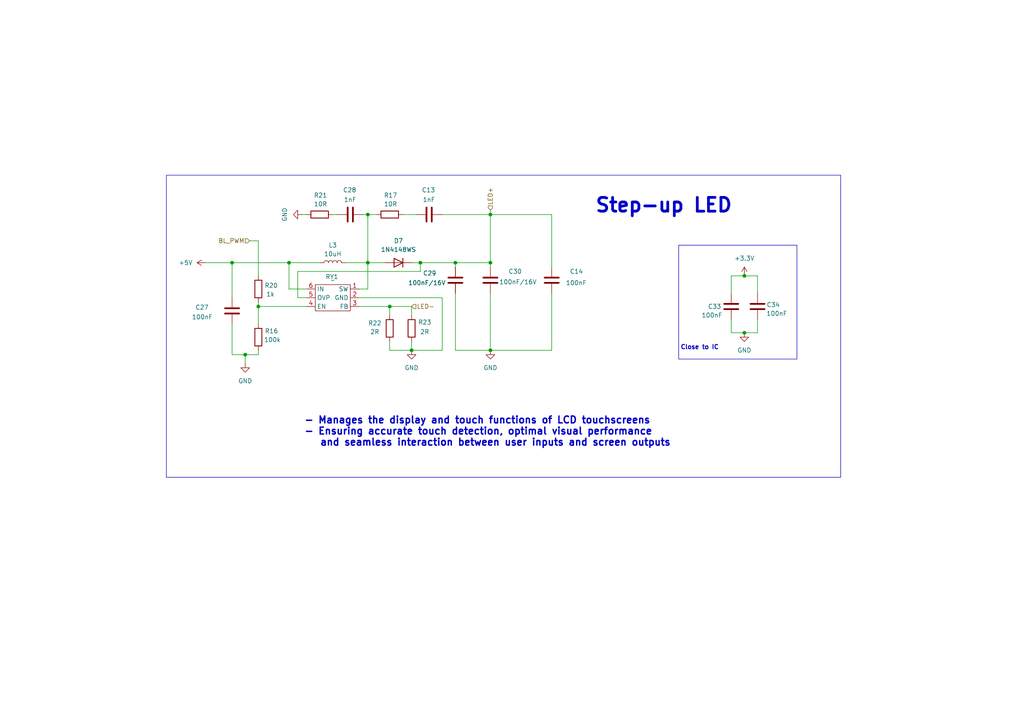
<source format=kicad_sch>
(kicad_sch (version 20231120) (generator "eeschema") (generator_version "8.0")
  (paper "A4")
  (lib_symbols
    (symbol "Device:C" (pin_numbers hide) (pin_names (offset 0.254))
      (property "Reference" "C" (at 0.635 2.54 0))
      (property "Value" "C" (at 0.635 -2.54 0))
      (symbol "C_0_1"
        (polyline (pts (xy -2.032 -0.762) (xy 2.032 -0.762)) (stroke (width 0.508)))
        (polyline (pts (xy -2.032 0.762) (xy 2.032 0.762)) (stroke (width 0.508)))
      )
      (symbol "C_1_1"
        (pin passive line (at 0 3.81 270) (length 2.794) (name "~") (number "1"))
        (pin passive line (at 0 -3.81 90) (length 2.794) (name "~") (number "2"))
      )
    )
    (symbol "Device:L" (pin_numbers hide) (pin_names (offset 1.016) hide)
      (property "Reference" "L" (at -1.27 0 90))
      (property "Value" "L" (at 1.905 0 90))
      (symbol "L_0_1"
        (arc (start 0 -2.54) (mid 0.6323 -1.905) (end 0 -1.27))
        (arc (start 0 -1.27) (mid 0.6323 -0.635) (end 0 0))
        (arc (start 0 0) (mid 0.6323 0.635) (end 0 1.27))
        (arc (start 0 1.27) (mid 0.6323 1.905) (end 0 2.54))
      )
      (symbol "L_1_1"
        (pin passive line (at 0 3.81 270) (length 1.27) (name "1") (number "1"))
        (pin passive line (at 0 -3.81 90) (length 1.27) (name "2") (number "2"))
      )
    )
    (symbol "Device:R" (pin_numbers hide) (pin_names (offset 0))
      (property "Reference" "R" (at 2.032 0 90))
      (property "Value" "R" (at 0 0 90))
      (symbol "R_0_1"
        (rectangle (start -1.016 -2.54) (end 1.016 2.54) (stroke (width 0.254)))
      )
      (symbol "R_1_1"
        (pin passive line (at 0 3.81 270) (length 1.27) (name "~") (number "1"))
        (pin passive line (at 0 -3.81 90) (length 1.27) (name "~") (number "2"))
      )
    )
    (symbol "Diode:1N4148WS" (pin_numbers hide) (pin_names hide)
      (property "Reference" "D" (at 0 2.54 0))
      (property "Value" "1N4148WS" (at 0 -2.54 0))
      (symbol "1N4148WS_0_1"
        (polyline (pts (xy -1.27 1.27) (xy -1.27 -1.27)) (stroke (width 0.254)))
        (polyline (pts (xy 1.27 0) (xy -1.27 0)))
        (polyline (pts (xy 1.27 1.27) (xy 1.27 -1.27) (xy -1.27 0) (xy 1.27 1.27)) (stroke (width 0.254)))
      )
      (symbol "1N4148WS_1_1"
        (pin passive line (at -3.81 0 0) (length 2.54) (name "K") (number "1"))
        (pin passive line (at 3.81 0 180) (length 2.54) (name "A") (number "2"))
      )
    )
    (symbol "New_Library:RY3730"
      (property "Reference" "RY1" (at -0.254 1.016 0))
      (property "Value" "~" (at 0 0 0))
      (symbol "RY3730_0_1"
        (rectangle (start -5.08 -1.27) (end 5.08 -8.89))
      )
      (symbol "RY3730_1_1"
        (pin input line (at 7.62 -2.54 180) (length 2.54) (name "SW") (number "1"))
        (pin input line (at 7.62 -5.08 180) (length 2.54) (name "GND") (number "2"))
        (pin input line (at 7.62 -7.62 180) (length 2.54) (name "FB") (number "3"))
        (pin input line (at -7.62 -7.62 0) (length 2.54) (name "EN") (number "4"))
        (pin input line (at -7.62 -5.08 0) (length 2.54) (name "OVP") (number "5"))
        (pin input line (at -7.62 -2.54 0) (length 2.54) (name "IN") (number "6"))
      )
    )
    (symbol "power:+3.3V" (power) (pin_numbers hide) (pin_names (offset 0) hide)
      (property "Value" "+3.3V" (at 0 3.556 0))
      (symbol "+3.3V_0_1"
        (polyline (pts (xy -0.762 1.27) (xy 0 2.54)))
        (polyline (pts (xy 0 0) (xy 0 2.54)))
        (polyline (pts (xy 0 2.54) (xy 0.762 1.27)))
      )
      (symbol "+3.3V_1_1"
        (pin power_in line (at 0 0 90) (length 0) (name "~") (number "1"))
      )
    )
    (symbol "power:+5V" (power) (pin_numbers hide) (pin_names (offset 0) hide)
      (property "Value" "+5V" (at 0 3.556 0))
      (symbol "+5V_0_1"
        (polyline (pts (xy -0.762 1.27) (xy 0 2.54)))
        (polyline (pts (xy 0 0) (xy 0 2.54)))
        (polyline (pts (xy 0 2.54) (xy 0.762 1.27)))
      )
      (symbol "+5V_1_1"
        (pin power_in line (at 0 0 90) (length 0) (name "~") (number "1"))
      )
    )
    (symbol "power:GND" (power) (pin_numbers hide) (pin_names (offset 0) hide)
      (property "Value" "GND" (at 0 -3.81 0))
      (symbol "GND_0_1"
        (polyline (pts (xy 0 0) (xy 0 -1.27) (xy 1.27 -1.27) (xy 0 -2.54) (xy -1.27 -1.27) (xy 0 -1.27)))
      )
      (symbol "GND_1_1"
        (pin power_in line (at 0 0 270) (length 0) (name "~") (number "1"))
      )
    )
  )
  (junction (at 215.9 96.52))
  (junction (at 132.08 76.2))
  (junction (at 113.03 88.9))
  (junction (at 121.92 76.2))
  (junction (at 142.24 101.6))
  (junction (at 215.9 80.01))
  (junction (at 71.12 102.87))
  (junction (at 106.68 62.23))
  (junction (at 106.68 76.2))
  (junction (at 83.82 76.2))
  (junction (at 119.38 101.6))
  (junction (at 74.93 88.9))
  (junction (at 142.24 76.2))
  (junction (at 67.31 76.2))
  (junction (at 142.24 62.23))
  (wire (pts (xy 87.63 62.23) (xy 88.9 62.23)))
  (wire (pts (xy 128.27 62.23) (xy 142.24 62.23)))
  (wire (pts (xy 160.02 85.09) (xy 160.02 101.6)))
  (wire (pts (xy 219.71 96.52) (xy 215.9 96.52)))
  (wire (pts (xy 113.03 101.6) (xy 119.38 101.6)))
  (wire (pts (xy 132.08 76.2) (xy 121.92 76.2)))
  (wire (pts (xy 212.09 85.09) (xy 212.09 80.01)))
  (wire (pts (xy 142.24 101.6) (xy 160.02 101.6)))
  (wire (pts (xy 67.31 86.36) (xy 67.31 76.2)))
  (wire (pts (xy 119.38 76.2) (xy 121.92 76.2)))
  (wire (pts (xy 132.08 85.09) (xy 132.08 101.6)))
  (wire (pts (xy 128.27 86.36) (xy 128.27 101.6)))
  (wire (pts (xy 132.08 76.2) (xy 142.24 76.2)))
  (wire (pts (xy 74.93 88.9) (xy 88.9 88.9)))
  (wire (pts (xy 142.24 85.09) (xy 142.24 101.6)))
  (wire (pts (xy 86.36 86.36) (xy 86.36 78.74)))
  (wire (pts (xy 67.31 76.2) (xy 83.82 76.2)))
  (wire (pts (xy 132.08 77.47) (xy 132.08 76.2)))
  (wire (pts (xy 212.09 92.71) (xy 212.09 96.52)))
  (wire (pts (xy 142.24 62.23) (xy 160.02 62.23)))
  (wire (pts (xy 74.93 101.6) (xy 74.93 102.87)))
  (wire (pts (xy 74.93 102.87) (xy 71.12 102.87)))
  (wire (pts (xy 106.68 62.23) (xy 106.68 76.2)))
  (wire (pts (xy 74.93 87.63) (xy 74.93 88.9)))
  (wire (pts (xy 113.03 88.9) (xy 113.03 91.44)))
  (wire (pts (xy 132.08 101.6) (xy 142.24 101.6)))
  (wire (pts (xy 128.27 86.36) (xy 104.14 86.36)))
  (wire (pts (xy 88.9 83.82) (xy 83.82 83.82)))
  (wire (pts (xy 113.03 99.06) (xy 113.03 101.6)))
  (wire (pts (xy 104.14 88.9) (xy 113.03 88.9)))
  (wire (pts (xy 100.33 76.2) (xy 106.68 76.2)))
  (wire (pts (xy 88.9 86.36) (xy 86.36 86.36)))
  (wire (pts (xy 116.84 62.23) (xy 120.65 62.23)))
  (wire (pts (xy 67.31 76.2) (xy 59.69 76.2)))
  (wire (pts (xy 128.27 101.6) (xy 119.38 101.6)))
  (wire (pts (xy 67.31 102.87) (xy 71.12 102.87)))
  (wire (pts (xy 67.31 102.87) (xy 67.31 93.98)))
  (wire (pts (xy 106.68 76.2) (xy 111.76 76.2)))
  (wire (pts (xy 142.24 77.47) (xy 142.24 76.2)))
  (wire (pts (xy 212.09 96.52) (xy 215.9 96.52)))
  (wire (pts (xy 106.68 83.82) (xy 106.68 76.2)))
  (wire (pts (xy 83.82 83.82) (xy 83.82 76.2)))
  (wire (pts (xy 105.41 62.23) (xy 106.68 62.23)))
  (wire (pts (xy 119.38 88.9) (xy 119.38 91.44)))
  (wire (pts (xy 142.24 62.23) (xy 142.24 76.2)))
  (wire (pts (xy 86.36 78.74) (xy 121.92 78.74)))
  (wire (pts (xy 106.68 62.23) (xy 109.22 62.23)))
  (wire (pts (xy 74.93 88.9) (xy 74.93 93.98)))
  (wire (pts (xy 212.09 80.01) (xy 215.9 80.01)))
  (wire (pts (xy 113.03 88.9) (xy 119.38 88.9)))
  (wire (pts (xy 96.52 62.23) (xy 97.79 62.23)))
  (wire (pts (xy 219.71 96.52) (xy 219.71 92.71)))
  (wire (pts (xy 74.93 80.01) (xy 74.93 69.85)))
  (wire (pts (xy 160.02 77.47) (xy 160.02 62.23)))
  (wire (pts (xy 119.38 101.6) (xy 119.38 99.06)))
  (wire (pts (xy 83.82 76.2) (xy 92.71 76.2)))
  (wire (pts (xy 219.71 80.01) (xy 219.71 85.09)))
  (wire (pts (xy 219.71 80.01) (xy 215.9 80.01)))
  (wire (pts (xy 71.12 105.41) (xy 71.12 102.87)))
  (wire (pts (xy 74.93 69.85) (xy 72.39 69.85)))
  (wire (pts (xy 142.24 60.96) (xy 142.24 62.23)))
  (wire (pts (xy 104.14 83.82) (xy 106.68 83.82)))
  (wire (pts (xy 121.92 78.74) (xy 121.92 76.2)))
  (rectangle (start 48.26 50.8) (end 243.84 138.43))
  (rectangle (start 196.85 71.12) (end 231.14 104.14))
  (text "Step-up LED " (at 194.056 59.69 0) (effects (font (size 4 4) (thickness 0.8) (bold yes))))
  (text "Close to IC\n\n" (at 202.946 101.854 0) (effects (font (size 1.27 1.27) (thickness 0.254) (bold yes))))
  (text "- Manages the display and touch functions of LCD touchscreens\n- Ensuring accurate touch detection, optimal visual performance \n   and seamless interaction between user inputs and screen outputs" (at 88.138 125.222 0) (effects (font (size 2 2) (thickness 0.4) (bold yes)) (justify left)))
  (hierarchical_label "LED-" (shape input) (at 119.38 88.9 0))
  (hierarchical_label "LED+" (shape input) (at 142.24 60.96 90))
  (hierarchical_label "BL_PWM" (shape input) (at 72.39 69.85 180))
  (symbol (lib_id "Device:R") (at 119.38 95.25 0) (unit 1)
    (property "Reference" "R23" (at 123.19 93.472 0))
    (property "Value" "2R" (at 123.19 96.266 0))
    (property "Footprint" "Resistor_SMD:R_0603_1608Metric" (effects (hide yes)))
    (property "Description" "Resistor" (effects (hide yes)))
  )
  (symbol (lib_id "Device:C") (at 132.08 81.28 180) (unit 1)
    (property "Reference" "C29" (at 122.682 79.248 0) (effects (justify right)))
    (property "Value" "100nF/16V" (at 118.364 82.042 0) (effects (justify right)))
    (property "Footprint" "Capacitor_Tantalum_SMD:CP_EIA-3216-10_Kemet-I" (effects (hide yes)))
    (property "Description" "Unpolarized capacitor" (effects (hide yes)))
  )
  (symbol (lib_id "Device:C") (at 212.09 88.9 180) (unit 1)
    (property "Reference" "C33" (at 207.264 88.9 0))
    (property "Value" "100nF" (at 206.502 91.44 0))
    (property "Footprint" "Capacitor_SMD:C_0603_1608Metric" (effects (hide yes)))
    (property "Description" "Unpolarized capacitor" (effects (hide yes)))
  )
  (symbol (lib_id "power:+5V") (at 59.69 76.2 90) (unit 1)
    (property "Reference" "#PWR026" (effects (hide yes)))
    (property "Value" "+5V" (at 55.88 76.1999 90) (effects (justify left)))
    (property "Description" "Power symbol creates a global label with name \"+5V\"" (effects (hide yes)))
  )
  (symbol (lib_id "Device:C") (at 67.31 90.17 180) (unit 1)
    (property "Reference" "C27" (at 56.642 89.154 0) (effects (justify right)))
    (property "Value" "100nF" (at 55.626 91.948 0) (effects (justify right)))
    (property "Footprint" "Capacitor_SMD:C_0603_1608Metric" (effects (hide yes)))
    (property "Description" "Unpolarized capacitor" (effects (hide yes)))
  )
  (symbol (lib_id "power:GND") (at 215.9 96.52 0) (unit 1)
    (property "Reference" "#PWR036" (effects (hide yes)))
    (property "Value" "GND" (at 215.9 101.6 0))
    (property "Description" "Power symbol creates a global label with name \"GND\" , ground" (effects (hide yes)))
  )
  (symbol (lib_id "power:GND") (at 142.24 101.6 0) (unit 1)
    (property "Reference" "#PWR032" (effects (hide yes)))
    (property "Value" "GND" (at 142.24 106.68 0))
    (property "Description" "Power symbol creates a global label with name \"GND\" , ground" (effects (hide yes)))
  )
  (symbol (lib_id "Diode:1N4148WS") (at 115.57 76.2 180) (unit 1)
    (property "Reference" "D7" (at 115.57 69.85 0))
    (property "Value" "1N4148WS" (at 115.57 72.39 0))
    (property "Footprint" "Diode_SMD:D_SOD-323" (effects (hide yes)))
    (property "Datasheet" "https://www.vishay.com/docs/85751/1n4148ws.pdf" (effects (hide yes)))
    (property "Description" "75V 0.15A Fast switching Diode, SOD-323" (effects (hide yes)))
    (property "Sim.Device" "D" (effects (hide yes)))
    (property "Sim.Pins" "1=K 2=A" (effects (hide yes)))
  )
  (symbol (lib_id "Device:R") (at 74.93 97.79 0) (unit 1)
    (property "Reference" "R16" (at 78.74 96.012 0))
    (property "Value" "100k" (at 78.994 98.552 0))
    (property "Footprint" "Resistor_SMD:R_0603_1608Metric" (effects (hide yes)))
    (property "Description" "Resistor" (effects (hide yes)))
  )
  (symbol (lib_id "Device:R") (at 113.03 62.23 90) (unit 1)
    (property "Reference" "R17" (at 113.284 56.642 90))
    (property "Value" "10R" (at 113.284 59.182 90))
    (property "Footprint" "Resistor_SMD:R_0603_1608Metric" (effects (hide yes)))
    (property "Description" "Resistor" (effects (hide yes)))
  )
  (symbol (lib_id "power:+3.3V") (at 215.9 80.01 0) (unit 1)
    (property "Reference" "#PWR035" (effects (hide yes)))
    (property "Value" "+3.3V" (at 215.9 74.93 0))
    (property "Description" "Power symbol creates a global label with name \"+3.3V\"" (effects (hide yes)))
  )
  (symbol (lib_id "Device:C") (at 124.46 62.23 270) (unit 1)
    (property "Reference" "C13" (at 126.238 55.118 90) (effects (justify right)))
    (property "Value" "1nF" (at 126.238 57.912 90) (effects (justify right)))
    (property "Footprint" "Capacitor_SMD:C_0805_2012Metric" (effects (hide yes)))
    (property "Description" "Unpolarized capacitor" (effects (hide yes)))
  )
  (symbol (lib_id "power:GND") (at 87.63 62.23 270) (unit 1)
    (property "Reference" "#PWR030" (effects (hide yes)))
    (property "Value" "GND" (at 82.55 62.23 0))
    (property "Description" "Power symbol creates a global label with name \"GND\" , ground" (effects (hide yes)))
  )
  (symbol (lib_id "Device:C") (at 219.71 88.9 180) (unit 1)
    (property "Reference" "C34" (at 224.282 88.392 0))
    (property "Value" "100nF" (at 225.298 90.932 0))
    (property "Footprint" "Capacitor_SMD:C_0603_1608Metric" (effects (hide yes)))
    (property "Description" "Unpolarized capacitor" (effects (hide yes)))
  )
  (symbol (lib_id "Device:L") (at 96.52 76.2 90) (unit 1)
    (property "Reference" "L3" (at 96.52 71.12 90))
    (property "Value" "10uH" (at 96.52 73.66 90))
    (property "Footprint" "Inductor_SMD:L_Bourns_SRP5030T" (effects (hide yes)))
    (property "Description" "Inductor" (effects (hide yes)))
  )
  (symbol (lib_id "Device:C") (at 160.02 81.28 180) (unit 1)
    (property "Reference" "C14" (at 169.164 78.74 0) (effects (justify left)))
    (property "Value" "100nF" (at 170.18 82.042 0) (effects (justify left)))
    (property "Footprint" "Capacitor_SMD:C_0603_1608Metric" (effects (hide yes)))
    (property "Description" "Unpolarized capacitor" (effects (hide yes)))
  )
  (symbol (lib_id "Device:C") (at 101.6 62.23 270) (unit 1)
    (property "Reference" "C28" (at 103.378 55.118 90) (effects (justify right)))
    (property "Value" "1nF" (at 103.378 57.912 90) (effects (justify right)))
    (property "Footprint" "Capacitor_SMD:C_0603_1608Metric" (effects (hide yes)))
    (property "Description" "Unpolarized capacitor" (effects (hide yes)))
  )
  (symbol (lib_id "Device:R") (at 113.03 95.25 0) (unit 1)
    (property "Reference" "R22" (at 108.712 93.726 0))
    (property "Value" "2R" (at 108.712 96.266 0))
    (property "Footprint" "Resistor_SMD:R_0603_1608Metric" (effects (hide yes)))
    (property "Description" "Resistor" (effects (hide yes)))
  )
  (symbol (lib_id "Device:R") (at 92.71 62.23 90) (unit 1)
    (property "Reference" "R21" (at 92.964 56.642 90))
    (property "Value" "10R" (at 92.964 59.182 90))
    (property "Footprint" "Resistor_SMD:R_0603_1608Metric" (effects (hide yes)))
    (property "Description" "Resistor" (effects (hide yes)))
  )
  (symbol (lib_id "New_Library:RY3730") (at 96.52 81.28 0) (unit 1)
    (property "Reference" "RY1" (at 96.266 80.264 0))
    (property "Value" "~" (at 96.52 81.28 0))
    (property "Footprint" "Package_TO_SOT_SMD:SOT-23-6" (effects (hide yes)))
  )
  (symbol (lib_id "power:GND") (at 119.38 101.6 0) (unit 1)
    (property "Reference" "#PWR031" (effects (hide yes)))
    (property "Value" "GND" (at 119.38 106.68 0))
    (property "Description" "Power symbol creates a global label with name \"GND\" , ground" (effects (hide yes)))
  )
  (symbol (lib_id "Device:C") (at 142.24 81.28 180) (unit 1)
    (property "Reference" "C30" (at 151.384 78.74 0) (effects (justify left)))
    (property "Value" "100nF/16V" (at 155.702 81.788 0) (effects (justify left)))
    (property "Footprint" "Capacitor_Tantalum_SMD:CP_EIA-3216-10_Kemet-I" (effects (hide yes)))
    (property "Description" "Unpolarized capacitor" (effects (hide yes)))
  )
  (symbol (lib_id "power:GND") (at 71.12 105.41 0) (unit 1)
    (property "Reference" "#PWR028" (effects (hide yes)))
    (property "Value" "GND" (at 71.12 110.49 0))
    (property "Description" "Power symbol creates a global label with name \"GND\" , ground" (effects (hide yes)))
  )
  (symbol (lib_id "Device:R") (at 74.93 83.82 180) (unit 1)
    (property "Reference" "R20" (at 76.708 82.804 0) (effects (justify right)))
    (property "Value" "1k" (at 77.216 85.3441 0) (effects (justify right)))
    (property "Footprint" "Resistor_SMD:R_0603_1608Metric" (effects (hide yes)))
    (property "Description" "Resistor" (effects (hide yes)))
  )
)
</source>
